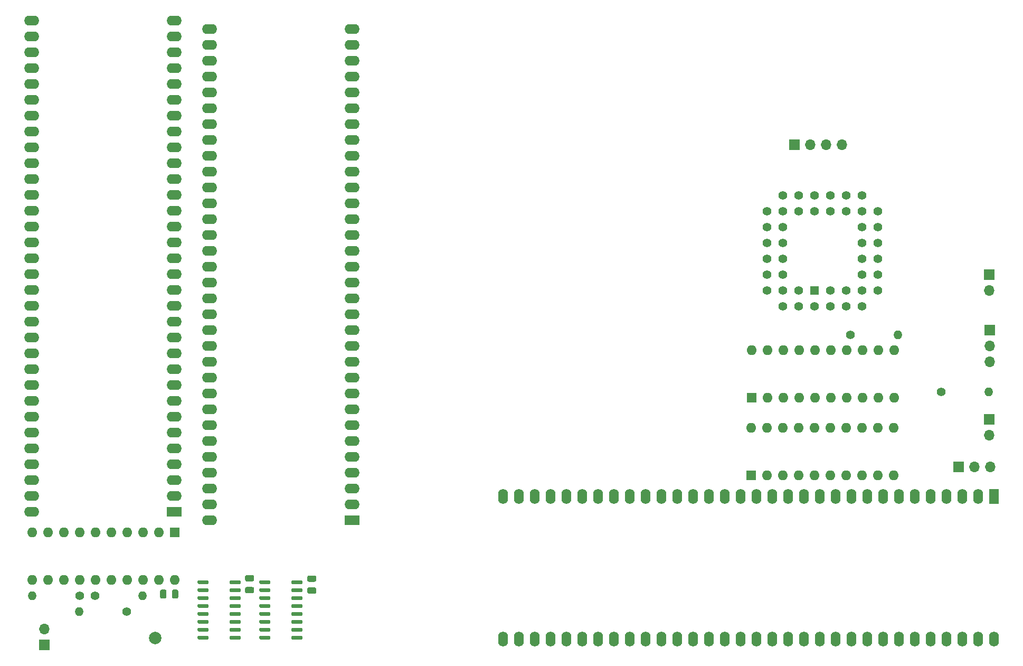
<source format=gbr>
%TF.GenerationSoftware,KiCad,Pcbnew,(5.1.7)-1*%
%TF.CreationDate,2020-11-02T22:58:22+00:00*%
%TF.ProjectId,STFM-TF536-Relocator+ROM-MkII,5354464d-2d54-4463-9533-362d52656c6f,rev?*%
%TF.SameCoordinates,Original*%
%TF.FileFunction,Soldermask,Top*%
%TF.FilePolarity,Negative*%
%FSLAX46Y46*%
G04 Gerber Fmt 4.6, Leading zero omitted, Abs format (unit mm)*
G04 Created by KiCad (PCBNEW (5.1.7)-1) date 2020-11-02 22:58:22*
%MOMM*%
%LPD*%
G01*
G04 APERTURE LIST*
%ADD10O,1.400000X1.400000*%
%ADD11C,1.400000*%
%ADD12O,1.700000X1.700000*%
%ADD13R,1.700000X1.700000*%
%ADD14O,1.600000X1.600000*%
%ADD15R,1.600000X1.600000*%
%ADD16C,1.422400*%
%ADD17R,1.422400X1.422400*%
%ADD18O,2.400000X1.600000*%
%ADD19R,2.400000X1.600000*%
%ADD20C,2.000000*%
%ADD21O,1.600000X2.400000*%
%ADD22R,1.600000X2.400000*%
G04 APERTURE END LIST*
%TO.C,C10*%
G36*
G01*
X83154500Y-121735000D02*
X84104500Y-121735000D01*
G75*
G02*
X84354500Y-121985000I0J-250000D01*
G01*
X84354500Y-122485000D01*
G75*
G02*
X84104500Y-122735000I-250000J0D01*
G01*
X83154500Y-122735000D01*
G75*
G02*
X82904500Y-122485000I0J250000D01*
G01*
X82904500Y-121985000D01*
G75*
G02*
X83154500Y-121735000I250000J0D01*
G01*
G37*
G36*
G01*
X83154500Y-119835000D02*
X84104500Y-119835000D01*
G75*
G02*
X84354500Y-120085000I0J-250000D01*
G01*
X84354500Y-120585000D01*
G75*
G02*
X84104500Y-120835000I-250000J0D01*
G01*
X83154500Y-120835000D01*
G75*
G02*
X82904500Y-120585000I0J250000D01*
G01*
X82904500Y-120085000D01*
G75*
G02*
X83154500Y-119835000I250000J0D01*
G01*
G37*
%TD*%
%TO.C,C8*%
G36*
G01*
X60319500Y-122334000D02*
X60319500Y-123284000D01*
G75*
G02*
X60069500Y-123534000I-250000J0D01*
G01*
X59569500Y-123534000D01*
G75*
G02*
X59319500Y-123284000I0J250000D01*
G01*
X59319500Y-122334000D01*
G75*
G02*
X59569500Y-122084000I250000J0D01*
G01*
X60069500Y-122084000D01*
G75*
G02*
X60319500Y-122334000I0J-250000D01*
G01*
G37*
G36*
G01*
X62219500Y-122334000D02*
X62219500Y-123284000D01*
G75*
G02*
X61969500Y-123534000I-250000J0D01*
G01*
X61469500Y-123534000D01*
G75*
G02*
X61219500Y-123284000I0J250000D01*
G01*
X61219500Y-122334000D01*
G75*
G02*
X61469500Y-122084000I250000J0D01*
G01*
X61969500Y-122084000D01*
G75*
G02*
X62219500Y-122334000I0J-250000D01*
G01*
G37*
%TD*%
%TO.C,C6*%
G36*
G01*
X73185000Y-121672000D02*
X74135000Y-121672000D01*
G75*
G02*
X74385000Y-121922000I0J-250000D01*
G01*
X74385000Y-122422000D01*
G75*
G02*
X74135000Y-122672000I-250000J0D01*
G01*
X73185000Y-122672000D01*
G75*
G02*
X72935000Y-122422000I0J250000D01*
G01*
X72935000Y-121922000D01*
G75*
G02*
X73185000Y-121672000I250000J0D01*
G01*
G37*
G36*
G01*
X73185000Y-119772000D02*
X74135000Y-119772000D01*
G75*
G02*
X74385000Y-120022000I0J-250000D01*
G01*
X74385000Y-120522000D01*
G75*
G02*
X74135000Y-120772000I-250000J0D01*
G01*
X73185000Y-120772000D01*
G75*
G02*
X72935000Y-120522000I0J250000D01*
G01*
X72935000Y-120022000D01*
G75*
G02*
X73185000Y-119772000I250000J0D01*
G01*
G37*
%TD*%
D10*
%TO.C,R5*%
X192214000Y-90424000D03*
D11*
X184594000Y-90424000D03*
%TD*%
D12*
%TO.C,Q1*%
X192468000Y-102426000D03*
X189928000Y-102426000D03*
D13*
X187388000Y-102426000D03*
%TD*%
D14*
%TO.C,U8*%
X61658500Y-120523000D03*
X38798500Y-112903000D03*
X59118500Y-120523000D03*
X41338500Y-112903000D03*
X56578500Y-120523000D03*
X43878500Y-112903000D03*
X54038500Y-120523000D03*
X46418500Y-112903000D03*
X51498500Y-120523000D03*
X48958500Y-112903000D03*
X48958500Y-120523000D03*
X51498500Y-112903000D03*
X46418500Y-120523000D03*
X54038500Y-112903000D03*
X43878500Y-120523000D03*
X56578500Y-112903000D03*
X41338500Y-120523000D03*
X59118500Y-112903000D03*
X38798500Y-120523000D03*
D15*
X61658500Y-112903000D03*
%TD*%
D10*
%TO.C,R4*%
X38798500Y-123063000D03*
D11*
X46418500Y-123063000D03*
%TD*%
D10*
%TO.C,R3*%
X56515000Y-123063000D03*
D11*
X48895000Y-123063000D03*
%TD*%
D12*
%TO.C,J6*%
X168656000Y-50800000D03*
X166116000Y-50800000D03*
X163576000Y-50800000D03*
D13*
X161036000Y-50800000D03*
%TD*%
D12*
%TO.C,J5*%
X192342000Y-85534500D03*
X192342000Y-82994500D03*
D13*
X192342000Y-80454500D03*
%TD*%
D12*
%TO.C,J4*%
X192278000Y-97345500D03*
D13*
X192278000Y-94805500D03*
%TD*%
D12*
%TO.C,J3*%
X40767000Y-128397000D03*
D13*
X40767000Y-130937000D03*
%TD*%
%TO.C,U7*%
G36*
G01*
X70470500Y-121054000D02*
X70470500Y-120754000D01*
G75*
G02*
X70620500Y-120604000I150000J0D01*
G01*
X72070500Y-120604000D01*
G75*
G02*
X72220500Y-120754000I0J-150000D01*
G01*
X72220500Y-121054000D01*
G75*
G02*
X72070500Y-121204000I-150000J0D01*
G01*
X70620500Y-121204000D01*
G75*
G02*
X70470500Y-121054000I0J150000D01*
G01*
G37*
G36*
G01*
X70470500Y-122324000D02*
X70470500Y-122024000D01*
G75*
G02*
X70620500Y-121874000I150000J0D01*
G01*
X72070500Y-121874000D01*
G75*
G02*
X72220500Y-122024000I0J-150000D01*
G01*
X72220500Y-122324000D01*
G75*
G02*
X72070500Y-122474000I-150000J0D01*
G01*
X70620500Y-122474000D01*
G75*
G02*
X70470500Y-122324000I0J150000D01*
G01*
G37*
G36*
G01*
X70470500Y-123594000D02*
X70470500Y-123294000D01*
G75*
G02*
X70620500Y-123144000I150000J0D01*
G01*
X72070500Y-123144000D01*
G75*
G02*
X72220500Y-123294000I0J-150000D01*
G01*
X72220500Y-123594000D01*
G75*
G02*
X72070500Y-123744000I-150000J0D01*
G01*
X70620500Y-123744000D01*
G75*
G02*
X70470500Y-123594000I0J150000D01*
G01*
G37*
G36*
G01*
X70470500Y-124864000D02*
X70470500Y-124564000D01*
G75*
G02*
X70620500Y-124414000I150000J0D01*
G01*
X72070500Y-124414000D01*
G75*
G02*
X72220500Y-124564000I0J-150000D01*
G01*
X72220500Y-124864000D01*
G75*
G02*
X72070500Y-125014000I-150000J0D01*
G01*
X70620500Y-125014000D01*
G75*
G02*
X70470500Y-124864000I0J150000D01*
G01*
G37*
G36*
G01*
X70470500Y-126134000D02*
X70470500Y-125834000D01*
G75*
G02*
X70620500Y-125684000I150000J0D01*
G01*
X72070500Y-125684000D01*
G75*
G02*
X72220500Y-125834000I0J-150000D01*
G01*
X72220500Y-126134000D01*
G75*
G02*
X72070500Y-126284000I-150000J0D01*
G01*
X70620500Y-126284000D01*
G75*
G02*
X70470500Y-126134000I0J150000D01*
G01*
G37*
G36*
G01*
X70470500Y-127404000D02*
X70470500Y-127104000D01*
G75*
G02*
X70620500Y-126954000I150000J0D01*
G01*
X72070500Y-126954000D01*
G75*
G02*
X72220500Y-127104000I0J-150000D01*
G01*
X72220500Y-127404000D01*
G75*
G02*
X72070500Y-127554000I-150000J0D01*
G01*
X70620500Y-127554000D01*
G75*
G02*
X70470500Y-127404000I0J150000D01*
G01*
G37*
G36*
G01*
X70470500Y-128674000D02*
X70470500Y-128374000D01*
G75*
G02*
X70620500Y-128224000I150000J0D01*
G01*
X72070500Y-128224000D01*
G75*
G02*
X72220500Y-128374000I0J-150000D01*
G01*
X72220500Y-128674000D01*
G75*
G02*
X72070500Y-128824000I-150000J0D01*
G01*
X70620500Y-128824000D01*
G75*
G02*
X70470500Y-128674000I0J150000D01*
G01*
G37*
G36*
G01*
X70470500Y-129944000D02*
X70470500Y-129644000D01*
G75*
G02*
X70620500Y-129494000I150000J0D01*
G01*
X72070500Y-129494000D01*
G75*
G02*
X72220500Y-129644000I0J-150000D01*
G01*
X72220500Y-129944000D01*
G75*
G02*
X72070500Y-130094000I-150000J0D01*
G01*
X70620500Y-130094000D01*
G75*
G02*
X70470500Y-129944000I0J150000D01*
G01*
G37*
G36*
G01*
X65320500Y-129944000D02*
X65320500Y-129644000D01*
G75*
G02*
X65470500Y-129494000I150000J0D01*
G01*
X66920500Y-129494000D01*
G75*
G02*
X67070500Y-129644000I0J-150000D01*
G01*
X67070500Y-129944000D01*
G75*
G02*
X66920500Y-130094000I-150000J0D01*
G01*
X65470500Y-130094000D01*
G75*
G02*
X65320500Y-129944000I0J150000D01*
G01*
G37*
G36*
G01*
X65320500Y-128674000D02*
X65320500Y-128374000D01*
G75*
G02*
X65470500Y-128224000I150000J0D01*
G01*
X66920500Y-128224000D01*
G75*
G02*
X67070500Y-128374000I0J-150000D01*
G01*
X67070500Y-128674000D01*
G75*
G02*
X66920500Y-128824000I-150000J0D01*
G01*
X65470500Y-128824000D01*
G75*
G02*
X65320500Y-128674000I0J150000D01*
G01*
G37*
G36*
G01*
X65320500Y-127404000D02*
X65320500Y-127104000D01*
G75*
G02*
X65470500Y-126954000I150000J0D01*
G01*
X66920500Y-126954000D01*
G75*
G02*
X67070500Y-127104000I0J-150000D01*
G01*
X67070500Y-127404000D01*
G75*
G02*
X66920500Y-127554000I-150000J0D01*
G01*
X65470500Y-127554000D01*
G75*
G02*
X65320500Y-127404000I0J150000D01*
G01*
G37*
G36*
G01*
X65320500Y-126134000D02*
X65320500Y-125834000D01*
G75*
G02*
X65470500Y-125684000I150000J0D01*
G01*
X66920500Y-125684000D01*
G75*
G02*
X67070500Y-125834000I0J-150000D01*
G01*
X67070500Y-126134000D01*
G75*
G02*
X66920500Y-126284000I-150000J0D01*
G01*
X65470500Y-126284000D01*
G75*
G02*
X65320500Y-126134000I0J150000D01*
G01*
G37*
G36*
G01*
X65320500Y-124864000D02*
X65320500Y-124564000D01*
G75*
G02*
X65470500Y-124414000I150000J0D01*
G01*
X66920500Y-124414000D01*
G75*
G02*
X67070500Y-124564000I0J-150000D01*
G01*
X67070500Y-124864000D01*
G75*
G02*
X66920500Y-125014000I-150000J0D01*
G01*
X65470500Y-125014000D01*
G75*
G02*
X65320500Y-124864000I0J150000D01*
G01*
G37*
G36*
G01*
X65320500Y-123594000D02*
X65320500Y-123294000D01*
G75*
G02*
X65470500Y-123144000I150000J0D01*
G01*
X66920500Y-123144000D01*
G75*
G02*
X67070500Y-123294000I0J-150000D01*
G01*
X67070500Y-123594000D01*
G75*
G02*
X66920500Y-123744000I-150000J0D01*
G01*
X65470500Y-123744000D01*
G75*
G02*
X65320500Y-123594000I0J150000D01*
G01*
G37*
G36*
G01*
X65320500Y-122324000D02*
X65320500Y-122024000D01*
G75*
G02*
X65470500Y-121874000I150000J0D01*
G01*
X66920500Y-121874000D01*
G75*
G02*
X67070500Y-122024000I0J-150000D01*
G01*
X67070500Y-122324000D01*
G75*
G02*
X66920500Y-122474000I-150000J0D01*
G01*
X65470500Y-122474000D01*
G75*
G02*
X65320500Y-122324000I0J150000D01*
G01*
G37*
G36*
G01*
X65320500Y-121054000D02*
X65320500Y-120754000D01*
G75*
G02*
X65470500Y-120604000I150000J0D01*
G01*
X66920500Y-120604000D01*
G75*
G02*
X67070500Y-120754000I0J-150000D01*
G01*
X67070500Y-121054000D01*
G75*
G02*
X66920500Y-121204000I-150000J0D01*
G01*
X65470500Y-121204000D01*
G75*
G02*
X65320500Y-121054000I0J150000D01*
G01*
G37*
%TD*%
%TO.C,U6*%
G36*
G01*
X80376500Y-121054000D02*
X80376500Y-120754000D01*
G75*
G02*
X80526500Y-120604000I150000J0D01*
G01*
X81976500Y-120604000D01*
G75*
G02*
X82126500Y-120754000I0J-150000D01*
G01*
X82126500Y-121054000D01*
G75*
G02*
X81976500Y-121204000I-150000J0D01*
G01*
X80526500Y-121204000D01*
G75*
G02*
X80376500Y-121054000I0J150000D01*
G01*
G37*
G36*
G01*
X80376500Y-122324000D02*
X80376500Y-122024000D01*
G75*
G02*
X80526500Y-121874000I150000J0D01*
G01*
X81976500Y-121874000D01*
G75*
G02*
X82126500Y-122024000I0J-150000D01*
G01*
X82126500Y-122324000D01*
G75*
G02*
X81976500Y-122474000I-150000J0D01*
G01*
X80526500Y-122474000D01*
G75*
G02*
X80376500Y-122324000I0J150000D01*
G01*
G37*
G36*
G01*
X80376500Y-123594000D02*
X80376500Y-123294000D01*
G75*
G02*
X80526500Y-123144000I150000J0D01*
G01*
X81976500Y-123144000D01*
G75*
G02*
X82126500Y-123294000I0J-150000D01*
G01*
X82126500Y-123594000D01*
G75*
G02*
X81976500Y-123744000I-150000J0D01*
G01*
X80526500Y-123744000D01*
G75*
G02*
X80376500Y-123594000I0J150000D01*
G01*
G37*
G36*
G01*
X80376500Y-124864000D02*
X80376500Y-124564000D01*
G75*
G02*
X80526500Y-124414000I150000J0D01*
G01*
X81976500Y-124414000D01*
G75*
G02*
X82126500Y-124564000I0J-150000D01*
G01*
X82126500Y-124864000D01*
G75*
G02*
X81976500Y-125014000I-150000J0D01*
G01*
X80526500Y-125014000D01*
G75*
G02*
X80376500Y-124864000I0J150000D01*
G01*
G37*
G36*
G01*
X80376500Y-126134000D02*
X80376500Y-125834000D01*
G75*
G02*
X80526500Y-125684000I150000J0D01*
G01*
X81976500Y-125684000D01*
G75*
G02*
X82126500Y-125834000I0J-150000D01*
G01*
X82126500Y-126134000D01*
G75*
G02*
X81976500Y-126284000I-150000J0D01*
G01*
X80526500Y-126284000D01*
G75*
G02*
X80376500Y-126134000I0J150000D01*
G01*
G37*
G36*
G01*
X80376500Y-127404000D02*
X80376500Y-127104000D01*
G75*
G02*
X80526500Y-126954000I150000J0D01*
G01*
X81976500Y-126954000D01*
G75*
G02*
X82126500Y-127104000I0J-150000D01*
G01*
X82126500Y-127404000D01*
G75*
G02*
X81976500Y-127554000I-150000J0D01*
G01*
X80526500Y-127554000D01*
G75*
G02*
X80376500Y-127404000I0J150000D01*
G01*
G37*
G36*
G01*
X80376500Y-128674000D02*
X80376500Y-128374000D01*
G75*
G02*
X80526500Y-128224000I150000J0D01*
G01*
X81976500Y-128224000D01*
G75*
G02*
X82126500Y-128374000I0J-150000D01*
G01*
X82126500Y-128674000D01*
G75*
G02*
X81976500Y-128824000I-150000J0D01*
G01*
X80526500Y-128824000D01*
G75*
G02*
X80376500Y-128674000I0J150000D01*
G01*
G37*
G36*
G01*
X80376500Y-129944000D02*
X80376500Y-129644000D01*
G75*
G02*
X80526500Y-129494000I150000J0D01*
G01*
X81976500Y-129494000D01*
G75*
G02*
X82126500Y-129644000I0J-150000D01*
G01*
X82126500Y-129944000D01*
G75*
G02*
X81976500Y-130094000I-150000J0D01*
G01*
X80526500Y-130094000D01*
G75*
G02*
X80376500Y-129944000I0J150000D01*
G01*
G37*
G36*
G01*
X75226500Y-129944000D02*
X75226500Y-129644000D01*
G75*
G02*
X75376500Y-129494000I150000J0D01*
G01*
X76826500Y-129494000D01*
G75*
G02*
X76976500Y-129644000I0J-150000D01*
G01*
X76976500Y-129944000D01*
G75*
G02*
X76826500Y-130094000I-150000J0D01*
G01*
X75376500Y-130094000D01*
G75*
G02*
X75226500Y-129944000I0J150000D01*
G01*
G37*
G36*
G01*
X75226500Y-128674000D02*
X75226500Y-128374000D01*
G75*
G02*
X75376500Y-128224000I150000J0D01*
G01*
X76826500Y-128224000D01*
G75*
G02*
X76976500Y-128374000I0J-150000D01*
G01*
X76976500Y-128674000D01*
G75*
G02*
X76826500Y-128824000I-150000J0D01*
G01*
X75376500Y-128824000D01*
G75*
G02*
X75226500Y-128674000I0J150000D01*
G01*
G37*
G36*
G01*
X75226500Y-127404000D02*
X75226500Y-127104000D01*
G75*
G02*
X75376500Y-126954000I150000J0D01*
G01*
X76826500Y-126954000D01*
G75*
G02*
X76976500Y-127104000I0J-150000D01*
G01*
X76976500Y-127404000D01*
G75*
G02*
X76826500Y-127554000I-150000J0D01*
G01*
X75376500Y-127554000D01*
G75*
G02*
X75226500Y-127404000I0J150000D01*
G01*
G37*
G36*
G01*
X75226500Y-126134000D02*
X75226500Y-125834000D01*
G75*
G02*
X75376500Y-125684000I150000J0D01*
G01*
X76826500Y-125684000D01*
G75*
G02*
X76976500Y-125834000I0J-150000D01*
G01*
X76976500Y-126134000D01*
G75*
G02*
X76826500Y-126284000I-150000J0D01*
G01*
X75376500Y-126284000D01*
G75*
G02*
X75226500Y-126134000I0J150000D01*
G01*
G37*
G36*
G01*
X75226500Y-124864000D02*
X75226500Y-124564000D01*
G75*
G02*
X75376500Y-124414000I150000J0D01*
G01*
X76826500Y-124414000D01*
G75*
G02*
X76976500Y-124564000I0J-150000D01*
G01*
X76976500Y-124864000D01*
G75*
G02*
X76826500Y-125014000I-150000J0D01*
G01*
X75376500Y-125014000D01*
G75*
G02*
X75226500Y-124864000I0J150000D01*
G01*
G37*
G36*
G01*
X75226500Y-123594000D02*
X75226500Y-123294000D01*
G75*
G02*
X75376500Y-123144000I150000J0D01*
G01*
X76826500Y-123144000D01*
G75*
G02*
X76976500Y-123294000I0J-150000D01*
G01*
X76976500Y-123594000D01*
G75*
G02*
X76826500Y-123744000I-150000J0D01*
G01*
X75376500Y-123744000D01*
G75*
G02*
X75226500Y-123594000I0J150000D01*
G01*
G37*
G36*
G01*
X75226500Y-122324000D02*
X75226500Y-122024000D01*
G75*
G02*
X75376500Y-121874000I150000J0D01*
G01*
X76826500Y-121874000D01*
G75*
G02*
X76976500Y-122024000I0J-150000D01*
G01*
X76976500Y-122324000D01*
G75*
G02*
X76826500Y-122474000I-150000J0D01*
G01*
X75376500Y-122474000D01*
G75*
G02*
X75226500Y-122324000I0J150000D01*
G01*
G37*
G36*
G01*
X75226500Y-121054000D02*
X75226500Y-120754000D01*
G75*
G02*
X75376500Y-120604000I150000J0D01*
G01*
X76826500Y-120604000D01*
G75*
G02*
X76976500Y-120754000I0J-150000D01*
G01*
X76976500Y-121054000D01*
G75*
G02*
X76826500Y-121204000I-150000J0D01*
G01*
X75376500Y-121204000D01*
G75*
G02*
X75226500Y-121054000I0J150000D01*
G01*
G37*
%TD*%
D16*
%TO.C,U5*%
X156654000Y-74104500D03*
X156654000Y-71564500D03*
X156654000Y-69024500D03*
X156654000Y-66484500D03*
X156654000Y-63944500D03*
X159194000Y-76644500D03*
X159194000Y-71564500D03*
X159194000Y-69024500D03*
X159194000Y-66484500D03*
X159194000Y-63944500D03*
X159194000Y-61404500D03*
X159194000Y-58864500D03*
X161734000Y-58864500D03*
X164274000Y-58864500D03*
X166814000Y-58864500D03*
X169354000Y-58864500D03*
X171894000Y-58864500D03*
X156654000Y-61404500D03*
X161734000Y-61404500D03*
X164274000Y-61404500D03*
X166814000Y-61404500D03*
X169354000Y-61404500D03*
X171894000Y-61404500D03*
X174434000Y-61404500D03*
X174434000Y-63944500D03*
X174434000Y-66484500D03*
X174434000Y-69024500D03*
X174434000Y-71564500D03*
X174434000Y-74104500D03*
X171894000Y-63944500D03*
X171894000Y-66484500D03*
X171894000Y-69024500D03*
X171894000Y-71564500D03*
X171894000Y-74104500D03*
X161734000Y-76644500D03*
X164274000Y-76644500D03*
X171894000Y-76644500D03*
X169354000Y-76644500D03*
X166814000Y-76644500D03*
X159194000Y-74104500D03*
X161734000Y-74104500D03*
X169354000Y-74104500D03*
X166814000Y-74104500D03*
D17*
X164274000Y-74104500D03*
%TD*%
D18*
%TO.C,U4*%
X67246500Y-110998000D03*
X90106500Y-32258000D03*
X67246500Y-108458000D03*
X90106500Y-34798000D03*
X67246500Y-105918000D03*
X90106500Y-37338000D03*
X67246500Y-103378000D03*
X90106500Y-39878000D03*
X67246500Y-100838000D03*
X90106500Y-42418000D03*
X67246500Y-98298000D03*
X90106500Y-44958000D03*
X67246500Y-95758000D03*
X90106500Y-47498000D03*
X67246500Y-93218000D03*
X90106500Y-50038000D03*
X67246500Y-90678000D03*
X90106500Y-52578000D03*
X67246500Y-88138000D03*
X90106500Y-55118000D03*
X67246500Y-85598000D03*
X90106500Y-57658000D03*
X67246500Y-83058000D03*
X90106500Y-60198000D03*
X67246500Y-80518000D03*
X90106500Y-62738000D03*
X67246500Y-77978000D03*
X90106500Y-65278000D03*
X67246500Y-75438000D03*
X90106500Y-67818000D03*
X67246500Y-72898000D03*
X90106500Y-70358000D03*
X67246500Y-70358000D03*
X90106500Y-72898000D03*
X67246500Y-67818000D03*
X90106500Y-75438000D03*
X67246500Y-65278000D03*
X90106500Y-77978000D03*
X67246500Y-62738000D03*
X90106500Y-80518000D03*
X67246500Y-60198000D03*
X90106500Y-83058000D03*
X67246500Y-57658000D03*
X90106500Y-85598000D03*
X67246500Y-55118000D03*
X90106500Y-88138000D03*
X67246500Y-52578000D03*
X90106500Y-90678000D03*
X67246500Y-50038000D03*
X90106500Y-93218000D03*
X67246500Y-47498000D03*
X90106500Y-95758000D03*
X67246500Y-44958000D03*
X90106500Y-98298000D03*
X67246500Y-42418000D03*
X90106500Y-100838000D03*
X67246500Y-39878000D03*
X90106500Y-103378000D03*
X67246500Y-37338000D03*
X90106500Y-105918000D03*
X67246500Y-34798000D03*
X90106500Y-108458000D03*
X67246500Y-32258000D03*
D19*
X90106500Y-110998000D03*
%TD*%
D14*
%TO.C,U3*%
X154114000Y-96139000D03*
X176974000Y-103759000D03*
X156654000Y-96139000D03*
X174434000Y-103759000D03*
X159194000Y-96139000D03*
X171894000Y-103759000D03*
X161734000Y-96139000D03*
X169354000Y-103759000D03*
X164274000Y-96139000D03*
X166814000Y-103759000D03*
X166814000Y-96139000D03*
X164274000Y-103759000D03*
X169354000Y-96139000D03*
X161734000Y-103759000D03*
X171894000Y-96139000D03*
X159194000Y-103759000D03*
X174434000Y-96139000D03*
X156654000Y-103759000D03*
X176974000Y-96139000D03*
D15*
X154114000Y-103759000D03*
%TD*%
D18*
%TO.C,U2*%
X38735000Y-109601000D03*
X61595000Y-30861000D03*
X38735000Y-107061000D03*
X61595000Y-33401000D03*
X38735000Y-104521000D03*
X61595000Y-35941000D03*
X38735000Y-101981000D03*
X61595000Y-38481000D03*
X38735000Y-99441000D03*
X61595000Y-41021000D03*
X38735000Y-96901000D03*
X61595000Y-43561000D03*
X38735000Y-94361000D03*
X61595000Y-46101000D03*
X38735000Y-91821000D03*
X61595000Y-48641000D03*
X38735000Y-89281000D03*
X61595000Y-51181000D03*
X38735000Y-86741000D03*
X61595000Y-53721000D03*
X38735000Y-84201000D03*
X61595000Y-56261000D03*
X38735000Y-81661000D03*
X61595000Y-58801000D03*
X38735000Y-79121000D03*
X61595000Y-61341000D03*
X38735000Y-76581000D03*
X61595000Y-63881000D03*
X38735000Y-74041000D03*
X61595000Y-66421000D03*
X38735000Y-71501000D03*
X61595000Y-68961000D03*
X38735000Y-68961000D03*
X61595000Y-71501000D03*
X38735000Y-66421000D03*
X61595000Y-74041000D03*
X38735000Y-63881000D03*
X61595000Y-76581000D03*
X38735000Y-61341000D03*
X61595000Y-79121000D03*
X38735000Y-58801000D03*
X61595000Y-81661000D03*
X38735000Y-56261000D03*
X61595000Y-84201000D03*
X38735000Y-53721000D03*
X61595000Y-86741000D03*
X38735000Y-51181000D03*
X61595000Y-89281000D03*
X38735000Y-48641000D03*
X61595000Y-91821000D03*
X38735000Y-46101000D03*
X61595000Y-94361000D03*
X38735000Y-43561000D03*
X61595000Y-96901000D03*
X38735000Y-41021000D03*
X61595000Y-99441000D03*
X38735000Y-38481000D03*
X61595000Y-101981000D03*
X38735000Y-35941000D03*
X61595000Y-104521000D03*
X38735000Y-33401000D03*
X61595000Y-107061000D03*
X38735000Y-30861000D03*
D19*
X61595000Y-109601000D03*
%TD*%
D14*
%TO.C,U1*%
X154178000Y-83693000D03*
X177038000Y-91313000D03*
X156718000Y-83693000D03*
X174498000Y-91313000D03*
X159258000Y-83693000D03*
X171958000Y-91313000D03*
X161798000Y-83693000D03*
X169418000Y-91313000D03*
X164338000Y-83693000D03*
X166878000Y-91313000D03*
X166878000Y-83693000D03*
X164338000Y-91313000D03*
X169418000Y-83693000D03*
X161798000Y-91313000D03*
X171958000Y-83693000D03*
X159258000Y-91313000D03*
X174498000Y-83693000D03*
X156718000Y-91313000D03*
X177038000Y-83693000D03*
D15*
X154178000Y-91313000D03*
%TD*%
D10*
%TO.C,R2*%
X46355000Y-125603000D03*
D11*
X53975000Y-125603000D03*
%TD*%
D10*
%TO.C,R1*%
X177610000Y-81280000D03*
D11*
X169990000Y-81280000D03*
%TD*%
D12*
%TO.C,J2*%
X192278000Y-74168000D03*
D13*
X192278000Y-71628000D03*
%TD*%
D20*
%TO.C,J1*%
X58547000Y-129858000D03*
%TD*%
D21*
%TO.C,H1*%
X193040000Y-130048000D03*
X114300000Y-107188000D03*
X190500000Y-130048000D03*
X116840000Y-107188000D03*
X187960000Y-130048000D03*
X119380000Y-107188000D03*
X185420000Y-130048000D03*
X121920000Y-107188000D03*
X182880000Y-130048000D03*
X124460000Y-107188000D03*
X180340000Y-130048000D03*
X127000000Y-107188000D03*
X177800000Y-130048000D03*
X129540000Y-107188000D03*
X175260000Y-130048000D03*
X132080000Y-107188000D03*
X172720000Y-130048000D03*
X134620000Y-107188000D03*
X170180000Y-130048000D03*
X137160000Y-107188000D03*
X167640000Y-130048000D03*
X139700000Y-107188000D03*
X165100000Y-130048000D03*
X142240000Y-107188000D03*
X162560000Y-130048000D03*
X144780000Y-107188000D03*
X160020000Y-130048000D03*
X147320000Y-107188000D03*
X157480000Y-130048000D03*
X149860000Y-107188000D03*
X154940000Y-130048000D03*
X152400000Y-107188000D03*
X152400000Y-130048000D03*
X154940000Y-107188000D03*
X149860000Y-130048000D03*
X157480000Y-107188000D03*
X147320000Y-130048000D03*
X160020000Y-107188000D03*
X144780000Y-130048000D03*
X162560000Y-107188000D03*
X142240000Y-130048000D03*
X165100000Y-107188000D03*
X139700000Y-130048000D03*
X167640000Y-107188000D03*
X137160000Y-130048000D03*
X170180000Y-107188000D03*
X134620000Y-130048000D03*
X172720000Y-107188000D03*
X132080000Y-130048000D03*
X175260000Y-107188000D03*
X129540000Y-130048000D03*
X177800000Y-107188000D03*
X127000000Y-130048000D03*
X180340000Y-107188000D03*
X124460000Y-130048000D03*
X182880000Y-107188000D03*
X121920000Y-130048000D03*
X185420000Y-107188000D03*
X119380000Y-130048000D03*
X187960000Y-107188000D03*
X116840000Y-130048000D03*
X190500000Y-107188000D03*
X114300000Y-130048000D03*
D22*
X193040000Y-107188000D03*
%TD*%
M02*

</source>
